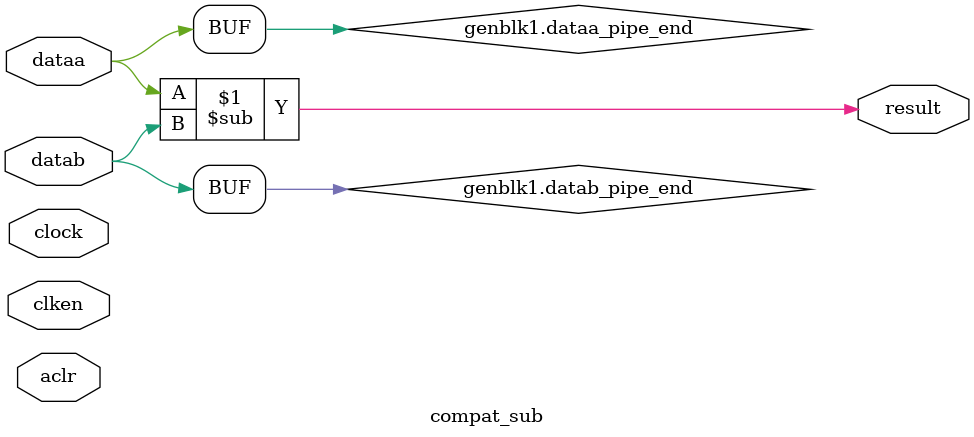
<source format=sv>
module compat_sub
    #(
        parameter WIDTH=1,
        // we assume signed: parameter REPRESENTATION="UNSIGNED", // UNSIGNED or SIGNED
        parameter PIPELINE=0
    )
    (
        input clock, aclr, clken,

        input [WIDTH-1:0] dataa,
        input [WIDTH-1:0] datab,

        output [WIDTH-1:0] result
    );

// synthesis read_comments_as_HDL on
// localparam IMPL = "quartus";
// synthesis read_comments_as_HDL off

// altera translate_off
    localparam IMPL="fallback";
// altera translate_on

    generate
        if (IMPL == "quartus") begin

            if (PIPELINE > 0) begin
                lpm_add_sub#(
                    .LPM_WIDTH(WIDTH),
                    .LPM_REPRESENTATION("SIGNED"),
                    .LPM_DIRECTION("SUB"),
                    .LPM_PIPELINE(PIPELINE)
                ) quartus_compare(
                    .clock(clock),
                    .aclr(aclr),
                    .clken(clken),
                    .dataa(dataa),
                    .datab(datab),
                    .result(result)
                );
            end else begin
                lpm_add_sub#(
                    .LPM_WIDTH(WIDTH),
                    .LPM_REPRESENTATION("SIGNED"),
                    .LPM_DIRECTION("SUB"),
                    .LPM_PIPELINE(0)
                ) quartus_commpare0(
                    .dataa(dataa),
                    .datab(datab),
                    .result(result)
                );
            end

        end
        else begin

            wire [WIDTH-1:0] dataa_pipe_end;
            wire [WIDTH-1:0] datab_pipe_end;
            if (PIPELINE == 0) begin
                assign dataa_pipe_end = dataa;
                assign datab_pipe_end = datab;
            end else begin
                reg [WIDTH-1:0] dataa_pipe [0:PIPELINE-1];
                reg [WIDTH-1:0] datab_pipe [0:PIPELINE-1];

                genvar pipe_stage;
                for (pipe_stage = 0; pipe_stage < PIPELINE-1; pipe_stage = pipe_stage+1) begin : pipe_stages
                    always @(posedge clock or posedge aclr) begin
                        if (aclr) begin
                            dataa_pipe[pipe_stage+1] <= 0;
                            datab_pipe[pipe_stage+1] <= 0;
                        end
                        else if (clken) begin
                            dataa_pipe[pipe_stage+1] <= dataa_pipe[pipe_stage];
                            datab_pipe[pipe_stage+1] <= datab_pipe[pipe_stage];
                        end
                    end
                end

                always @(posedge clock or posedge aclr) begin
                    if (aclr) begin
                        dataa_pipe[0] <= 0;
                        datab_pipe[0] <= 0;
                    end
                    else if (clken) begin
                        dataa_pipe[0] <= dataa;
                        datab_pipe[0] <= datab;
                    end
                end

                assign dataa_pipe_end = dataa_pipe[PIPELINE-1];
                assign datab_pipe_end = datab_pipe[PIPELINE-1];
            end

            /* * * * * * * * * * * * * * * * * * * * * * */
            /*  Do the actual fallback computation here  */
            /* * * * * * * * * * * * * * * * * * * * * * */

            assign result = $signed($signed(dataa_pipe_end) - $signed(datab_pipe_end));

        end
    endgenerate

endmodule: compat_sub
</source>
